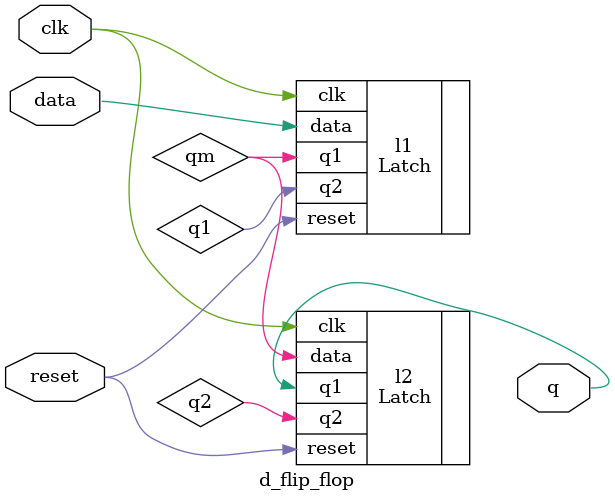
<source format=sv>
`timescale 1ns / 1ps


module d_flip_flop(
    input logic data,
    input logic clk,
    input logic reset,
    output logic q
    );
    logic qm;
    logic q1, q2;
    Latch l1(.clk(clk), .data(data), .reset(reset), .q1(qm), .q2(q1));
    Latch l2(.clk(clk), .data(qm), .reset(reset), .q1(q), .q2(q2));
    
endmodule

</source>
